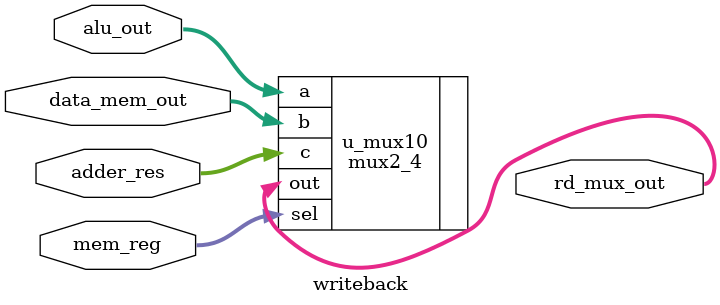
<source format=v>

module writeback (
    input wire [31:0] alu_out,adder_res,data_mem_out,
    input wire [1:0] mem_reg,

    output wire [31:0] rd_mux_out);

    mux2_4 u_mux10(
        .a(alu_out),
        .b(data_mem_out),
        .c(adder_res),
        .sel(mem_reg),
        .out(rd_mux_out)
    );
endmodule
</source>
